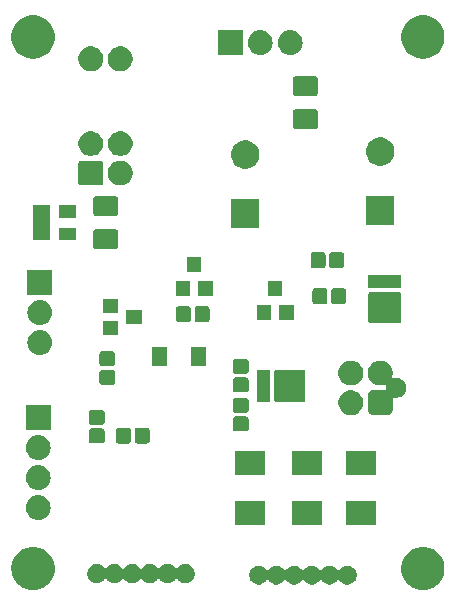
<source format=gbr>
G04 #@! TF.GenerationSoftware,KiCad,Pcbnew,(5.0.2)-1*
G04 #@! TF.CreationDate,2019-06-25T12:01:11-07:00*
G04 #@! TF.ProjectId,powerControl,706f7765-7243-46f6-9e74-726f6c2e6b69,rev?*
G04 #@! TF.SameCoordinates,Original*
G04 #@! TF.FileFunction,Soldermask,Top*
G04 #@! TF.FilePolarity,Negative*
%FSLAX46Y46*%
G04 Gerber Fmt 4.6, Leading zero omitted, Abs format (unit mm)*
G04 Created by KiCad (PCBNEW (5.0.2)-1) date 6/25/2019 12:01:11 PM*
%MOMM*%
%LPD*%
G01*
G04 APERTURE LIST*
%ADD10C,0.100000*%
G04 APERTURE END LIST*
D10*
G36*
X108268327Y-81187521D02*
X108533791Y-81240325D01*
X108866830Y-81378275D01*
X109166557Y-81578546D01*
X109421454Y-81833443D01*
X109621725Y-82133170D01*
X109759675Y-82466209D01*
X109800160Y-82669743D01*
X109830000Y-82819759D01*
X109830000Y-83180241D01*
X109824946Y-83205648D01*
X109759675Y-83533791D01*
X109621725Y-83866830D01*
X109421454Y-84166557D01*
X109166557Y-84421454D01*
X108866830Y-84621725D01*
X108533791Y-84759675D01*
X108268327Y-84812479D01*
X108180241Y-84830000D01*
X107819759Y-84830000D01*
X107731673Y-84812479D01*
X107466209Y-84759675D01*
X107133170Y-84621725D01*
X106833443Y-84421454D01*
X106578546Y-84166557D01*
X106378275Y-83866830D01*
X106240325Y-83533791D01*
X106175054Y-83205648D01*
X106170000Y-83180241D01*
X106170000Y-82819759D01*
X106199840Y-82669743D01*
X106240325Y-82466209D01*
X106378275Y-82133170D01*
X106578546Y-81833443D01*
X106833443Y-81578546D01*
X107133170Y-81378275D01*
X107466209Y-81240325D01*
X107731673Y-81187521D01*
X107819759Y-81170000D01*
X108180241Y-81170000D01*
X108268327Y-81187521D01*
X108268327Y-81187521D01*
G37*
G36*
X75268327Y-81187521D02*
X75533791Y-81240325D01*
X75866830Y-81378275D01*
X76166557Y-81578546D01*
X76421454Y-81833443D01*
X76621725Y-82133170D01*
X76759675Y-82466209D01*
X76800160Y-82669743D01*
X76830000Y-82819759D01*
X76830000Y-83180241D01*
X76824946Y-83205648D01*
X76759675Y-83533791D01*
X76621725Y-83866830D01*
X76421454Y-84166557D01*
X76166557Y-84421454D01*
X75866830Y-84621725D01*
X75533791Y-84759675D01*
X75268327Y-84812479D01*
X75180241Y-84830000D01*
X74819759Y-84830000D01*
X74731673Y-84812479D01*
X74466209Y-84759675D01*
X74133170Y-84621725D01*
X73833443Y-84421454D01*
X73578546Y-84166557D01*
X73378275Y-83866830D01*
X73240325Y-83533791D01*
X73175054Y-83205648D01*
X73170000Y-83180241D01*
X73170000Y-82819759D01*
X73199840Y-82669743D01*
X73240325Y-82466209D01*
X73378275Y-82133170D01*
X73578546Y-81833443D01*
X73833443Y-81578546D01*
X74133170Y-81378275D01*
X74466209Y-81240325D01*
X74731673Y-81187521D01*
X74819759Y-81170000D01*
X75180241Y-81170000D01*
X75268327Y-81187521D01*
X75268327Y-81187521D01*
G37*
G36*
X94333352Y-82796743D02*
X94478941Y-82857048D01*
X94609973Y-82944601D01*
X94721401Y-83056029D01*
X94746067Y-83092944D01*
X94761612Y-83111886D01*
X94780554Y-83127431D01*
X94802165Y-83138982D01*
X94825614Y-83146095D01*
X94850001Y-83148497D01*
X94874387Y-83146095D01*
X94897836Y-83138982D01*
X94919447Y-83127430D01*
X94938389Y-83111885D01*
X94953933Y-83092944D01*
X94978599Y-83056029D01*
X95090027Y-82944601D01*
X95221059Y-82857048D01*
X95366648Y-82796743D01*
X95521205Y-82766000D01*
X95678795Y-82766000D01*
X95833352Y-82796743D01*
X95978941Y-82857048D01*
X96109973Y-82944601D01*
X96221401Y-83056029D01*
X96246067Y-83092944D01*
X96261612Y-83111886D01*
X96280554Y-83127431D01*
X96302165Y-83138982D01*
X96325614Y-83146095D01*
X96350001Y-83148497D01*
X96374387Y-83146095D01*
X96397836Y-83138982D01*
X96419447Y-83127430D01*
X96438389Y-83111885D01*
X96453933Y-83092944D01*
X96478599Y-83056029D01*
X96590027Y-82944601D01*
X96721059Y-82857048D01*
X96866648Y-82796743D01*
X97021205Y-82766000D01*
X97178795Y-82766000D01*
X97333352Y-82796743D01*
X97478941Y-82857048D01*
X97609973Y-82944601D01*
X97721401Y-83056029D01*
X97746067Y-83092944D01*
X97761612Y-83111886D01*
X97780554Y-83127431D01*
X97802165Y-83138982D01*
X97825614Y-83146095D01*
X97850001Y-83148497D01*
X97874387Y-83146095D01*
X97897836Y-83138982D01*
X97919447Y-83127430D01*
X97938389Y-83111885D01*
X97953933Y-83092944D01*
X97978599Y-83056029D01*
X98090027Y-82944601D01*
X98221059Y-82857048D01*
X98366648Y-82796743D01*
X98521205Y-82766000D01*
X98678795Y-82766000D01*
X98833352Y-82796743D01*
X98978941Y-82857048D01*
X99109973Y-82944601D01*
X99221401Y-83056029D01*
X99246067Y-83092944D01*
X99261612Y-83111886D01*
X99280554Y-83127431D01*
X99302165Y-83138982D01*
X99325614Y-83146095D01*
X99350001Y-83148497D01*
X99374387Y-83146095D01*
X99397836Y-83138982D01*
X99419447Y-83127430D01*
X99438389Y-83111885D01*
X99453933Y-83092944D01*
X99478599Y-83056029D01*
X99590027Y-82944601D01*
X99721059Y-82857048D01*
X99866648Y-82796743D01*
X100021205Y-82766000D01*
X100178795Y-82766000D01*
X100333352Y-82796743D01*
X100478941Y-82857048D01*
X100609973Y-82944601D01*
X100721401Y-83056029D01*
X100746067Y-83092944D01*
X100761612Y-83111886D01*
X100780554Y-83127431D01*
X100802165Y-83138982D01*
X100825614Y-83146095D01*
X100850001Y-83148497D01*
X100874387Y-83146095D01*
X100897836Y-83138982D01*
X100919447Y-83127430D01*
X100938389Y-83111885D01*
X100953933Y-83092944D01*
X100978599Y-83056029D01*
X101090027Y-82944601D01*
X101221059Y-82857048D01*
X101366648Y-82796743D01*
X101521205Y-82766000D01*
X101678795Y-82766000D01*
X101833352Y-82796743D01*
X101978941Y-82857048D01*
X102109973Y-82944601D01*
X102221399Y-83056027D01*
X102308952Y-83187059D01*
X102369257Y-83332648D01*
X102400000Y-83487205D01*
X102400000Y-83644795D01*
X102369257Y-83799352D01*
X102308952Y-83944941D01*
X102221399Y-84075973D01*
X102109973Y-84187399D01*
X101978941Y-84274952D01*
X101833352Y-84335257D01*
X101678795Y-84366000D01*
X101521205Y-84366000D01*
X101366648Y-84335257D01*
X101221059Y-84274952D01*
X101090027Y-84187399D01*
X100978599Y-84075971D01*
X100953933Y-84039056D01*
X100938388Y-84020114D01*
X100919446Y-84004569D01*
X100897835Y-83993018D01*
X100874386Y-83985905D01*
X100849999Y-83983503D01*
X100825613Y-83985905D01*
X100802164Y-83993018D01*
X100780553Y-84004570D01*
X100761611Y-84020115D01*
X100746067Y-84039056D01*
X100721401Y-84075971D01*
X100609973Y-84187399D01*
X100478941Y-84274952D01*
X100333352Y-84335257D01*
X100178795Y-84366000D01*
X100021205Y-84366000D01*
X99866648Y-84335257D01*
X99721059Y-84274952D01*
X99590027Y-84187399D01*
X99478599Y-84075971D01*
X99453933Y-84039056D01*
X99438388Y-84020114D01*
X99419446Y-84004569D01*
X99397835Y-83993018D01*
X99374386Y-83985905D01*
X99349999Y-83983503D01*
X99325613Y-83985905D01*
X99302164Y-83993018D01*
X99280553Y-84004570D01*
X99261611Y-84020115D01*
X99246067Y-84039056D01*
X99221401Y-84075971D01*
X99109973Y-84187399D01*
X98978941Y-84274952D01*
X98833352Y-84335257D01*
X98678795Y-84366000D01*
X98521205Y-84366000D01*
X98366648Y-84335257D01*
X98221059Y-84274952D01*
X98090027Y-84187399D01*
X97978599Y-84075971D01*
X97953933Y-84039056D01*
X97938388Y-84020114D01*
X97919446Y-84004569D01*
X97897835Y-83993018D01*
X97874386Y-83985905D01*
X97849999Y-83983503D01*
X97825613Y-83985905D01*
X97802164Y-83993018D01*
X97780553Y-84004570D01*
X97761611Y-84020115D01*
X97746067Y-84039056D01*
X97721401Y-84075971D01*
X97609973Y-84187399D01*
X97478941Y-84274952D01*
X97333352Y-84335257D01*
X97178795Y-84366000D01*
X97021205Y-84366000D01*
X96866648Y-84335257D01*
X96721059Y-84274952D01*
X96590027Y-84187399D01*
X96478599Y-84075971D01*
X96453933Y-84039056D01*
X96438388Y-84020114D01*
X96419446Y-84004569D01*
X96397835Y-83993018D01*
X96374386Y-83985905D01*
X96349999Y-83983503D01*
X96325613Y-83985905D01*
X96302164Y-83993018D01*
X96280553Y-84004570D01*
X96261611Y-84020115D01*
X96246067Y-84039056D01*
X96221401Y-84075971D01*
X96109973Y-84187399D01*
X95978941Y-84274952D01*
X95833352Y-84335257D01*
X95678795Y-84366000D01*
X95521205Y-84366000D01*
X95366648Y-84335257D01*
X95221059Y-84274952D01*
X95090027Y-84187399D01*
X94978599Y-84075971D01*
X94953933Y-84039056D01*
X94938388Y-84020114D01*
X94919446Y-84004569D01*
X94897835Y-83993018D01*
X94874386Y-83985905D01*
X94849999Y-83983503D01*
X94825613Y-83985905D01*
X94802164Y-83993018D01*
X94780553Y-84004570D01*
X94761611Y-84020115D01*
X94746067Y-84039056D01*
X94721401Y-84075971D01*
X94609973Y-84187399D01*
X94478941Y-84274952D01*
X94333352Y-84335257D01*
X94178795Y-84366000D01*
X94021205Y-84366000D01*
X93866648Y-84335257D01*
X93721059Y-84274952D01*
X93590027Y-84187399D01*
X93478601Y-84075973D01*
X93391048Y-83944941D01*
X93330743Y-83799352D01*
X93300000Y-83644795D01*
X93300000Y-83487205D01*
X93330743Y-83332648D01*
X93391048Y-83187059D01*
X93478601Y-83056027D01*
X93590027Y-82944601D01*
X93721059Y-82857048D01*
X93866648Y-82796743D01*
X94021205Y-82766000D01*
X94178795Y-82766000D01*
X94333352Y-82796743D01*
X94333352Y-82796743D01*
G37*
G36*
X80617352Y-82669743D02*
X80762941Y-82730048D01*
X80893973Y-82817601D01*
X81005401Y-82929029D01*
X81030067Y-82965944D01*
X81045612Y-82984886D01*
X81064554Y-83000431D01*
X81086165Y-83011982D01*
X81109614Y-83019095D01*
X81134001Y-83021497D01*
X81158387Y-83019095D01*
X81181836Y-83011982D01*
X81203447Y-83000430D01*
X81222389Y-82984885D01*
X81237933Y-82965944D01*
X81262599Y-82929029D01*
X81374027Y-82817601D01*
X81505059Y-82730048D01*
X81650648Y-82669743D01*
X81805205Y-82639000D01*
X81962795Y-82639000D01*
X82117352Y-82669743D01*
X82262941Y-82730048D01*
X82393973Y-82817601D01*
X82505401Y-82929029D01*
X82530067Y-82965944D01*
X82545612Y-82984886D01*
X82564554Y-83000431D01*
X82586165Y-83011982D01*
X82609614Y-83019095D01*
X82634001Y-83021497D01*
X82658387Y-83019095D01*
X82681836Y-83011982D01*
X82703447Y-83000430D01*
X82722389Y-82984885D01*
X82737933Y-82965944D01*
X82762599Y-82929029D01*
X82874027Y-82817601D01*
X83005059Y-82730048D01*
X83150648Y-82669743D01*
X83305205Y-82639000D01*
X83462795Y-82639000D01*
X83617352Y-82669743D01*
X83762941Y-82730048D01*
X83893973Y-82817601D01*
X84005401Y-82929029D01*
X84030067Y-82965944D01*
X84045612Y-82984886D01*
X84064554Y-83000431D01*
X84086165Y-83011982D01*
X84109614Y-83019095D01*
X84134001Y-83021497D01*
X84158387Y-83019095D01*
X84181836Y-83011982D01*
X84203447Y-83000430D01*
X84222389Y-82984885D01*
X84237933Y-82965944D01*
X84262599Y-82929029D01*
X84374027Y-82817601D01*
X84505059Y-82730048D01*
X84650648Y-82669743D01*
X84805205Y-82639000D01*
X84962795Y-82639000D01*
X85117352Y-82669743D01*
X85262941Y-82730048D01*
X85393973Y-82817601D01*
X85505401Y-82929029D01*
X85530067Y-82965944D01*
X85545612Y-82984886D01*
X85564554Y-83000431D01*
X85586165Y-83011982D01*
X85609614Y-83019095D01*
X85634001Y-83021497D01*
X85658387Y-83019095D01*
X85681836Y-83011982D01*
X85703447Y-83000430D01*
X85722389Y-82984885D01*
X85737933Y-82965944D01*
X85762599Y-82929029D01*
X85874027Y-82817601D01*
X86005059Y-82730048D01*
X86150648Y-82669743D01*
X86305205Y-82639000D01*
X86462795Y-82639000D01*
X86617352Y-82669743D01*
X86762941Y-82730048D01*
X86893973Y-82817601D01*
X87005401Y-82929029D01*
X87030067Y-82965944D01*
X87045612Y-82984886D01*
X87064554Y-83000431D01*
X87086165Y-83011982D01*
X87109614Y-83019095D01*
X87134001Y-83021497D01*
X87158387Y-83019095D01*
X87181836Y-83011982D01*
X87203447Y-83000430D01*
X87222389Y-82984885D01*
X87237933Y-82965944D01*
X87262599Y-82929029D01*
X87374027Y-82817601D01*
X87505059Y-82730048D01*
X87650648Y-82669743D01*
X87805205Y-82639000D01*
X87962795Y-82639000D01*
X88117352Y-82669743D01*
X88262941Y-82730048D01*
X88393973Y-82817601D01*
X88505399Y-82929027D01*
X88592952Y-83060059D01*
X88653257Y-83205648D01*
X88684000Y-83360205D01*
X88684000Y-83517795D01*
X88653257Y-83672352D01*
X88592952Y-83817941D01*
X88505399Y-83948973D01*
X88393973Y-84060399D01*
X88262941Y-84147952D01*
X88117352Y-84208257D01*
X87962795Y-84239000D01*
X87805205Y-84239000D01*
X87650648Y-84208257D01*
X87505059Y-84147952D01*
X87374027Y-84060399D01*
X87262599Y-83948971D01*
X87237933Y-83912056D01*
X87222388Y-83893114D01*
X87203446Y-83877569D01*
X87181835Y-83866018D01*
X87158386Y-83858905D01*
X87133999Y-83856503D01*
X87109613Y-83858905D01*
X87086164Y-83866018D01*
X87064553Y-83877570D01*
X87045611Y-83893115D01*
X87030067Y-83912056D01*
X87005401Y-83948971D01*
X86893973Y-84060399D01*
X86762941Y-84147952D01*
X86617352Y-84208257D01*
X86462795Y-84239000D01*
X86305205Y-84239000D01*
X86150648Y-84208257D01*
X86005059Y-84147952D01*
X85874027Y-84060399D01*
X85762599Y-83948971D01*
X85737933Y-83912056D01*
X85722388Y-83893114D01*
X85703446Y-83877569D01*
X85681835Y-83866018D01*
X85658386Y-83858905D01*
X85633999Y-83856503D01*
X85609613Y-83858905D01*
X85586164Y-83866018D01*
X85564553Y-83877570D01*
X85545611Y-83893115D01*
X85530067Y-83912056D01*
X85505401Y-83948971D01*
X85393973Y-84060399D01*
X85262941Y-84147952D01*
X85117352Y-84208257D01*
X84962795Y-84239000D01*
X84805205Y-84239000D01*
X84650648Y-84208257D01*
X84505059Y-84147952D01*
X84374027Y-84060399D01*
X84262599Y-83948971D01*
X84237933Y-83912056D01*
X84222388Y-83893114D01*
X84203446Y-83877569D01*
X84181835Y-83866018D01*
X84158386Y-83858905D01*
X84133999Y-83856503D01*
X84109613Y-83858905D01*
X84086164Y-83866018D01*
X84064553Y-83877570D01*
X84045611Y-83893115D01*
X84030067Y-83912056D01*
X84005401Y-83948971D01*
X83893973Y-84060399D01*
X83762941Y-84147952D01*
X83617352Y-84208257D01*
X83462795Y-84239000D01*
X83305205Y-84239000D01*
X83150648Y-84208257D01*
X83005059Y-84147952D01*
X82874027Y-84060399D01*
X82762599Y-83948971D01*
X82737933Y-83912056D01*
X82722388Y-83893114D01*
X82703446Y-83877569D01*
X82681835Y-83866018D01*
X82658386Y-83858905D01*
X82633999Y-83856503D01*
X82609613Y-83858905D01*
X82586164Y-83866018D01*
X82564553Y-83877570D01*
X82545611Y-83893115D01*
X82530067Y-83912056D01*
X82505401Y-83948971D01*
X82393973Y-84060399D01*
X82262941Y-84147952D01*
X82117352Y-84208257D01*
X81962795Y-84239000D01*
X81805205Y-84239000D01*
X81650648Y-84208257D01*
X81505059Y-84147952D01*
X81374027Y-84060399D01*
X81262599Y-83948971D01*
X81237933Y-83912056D01*
X81222388Y-83893114D01*
X81203446Y-83877569D01*
X81181835Y-83866018D01*
X81158386Y-83858905D01*
X81133999Y-83856503D01*
X81109613Y-83858905D01*
X81086164Y-83866018D01*
X81064553Y-83877570D01*
X81045611Y-83893115D01*
X81030067Y-83912056D01*
X81005401Y-83948971D01*
X80893973Y-84060399D01*
X80762941Y-84147952D01*
X80617352Y-84208257D01*
X80462795Y-84239000D01*
X80305205Y-84239000D01*
X80150648Y-84208257D01*
X80005059Y-84147952D01*
X79874027Y-84060399D01*
X79762601Y-83948973D01*
X79675048Y-83817941D01*
X79614743Y-83672352D01*
X79584000Y-83517795D01*
X79584000Y-83360205D01*
X79614743Y-83205648D01*
X79675048Y-83060059D01*
X79762601Y-82929027D01*
X79874027Y-82817601D01*
X80005059Y-82730048D01*
X80150648Y-82669743D01*
X80305205Y-82639000D01*
X80462795Y-82639000D01*
X80617352Y-82669743D01*
X80617352Y-82669743D01*
G37*
G36*
X99460660Y-79321000D02*
X96881340Y-79321000D01*
X96881340Y-77300480D01*
X99460660Y-77300480D01*
X99460660Y-79321000D01*
X99460660Y-79321000D01*
G37*
G36*
X94634660Y-79321000D02*
X92055340Y-79321000D01*
X92055340Y-77300480D01*
X94634660Y-77300480D01*
X94634660Y-79321000D01*
X94634660Y-79321000D01*
G37*
G36*
X104032660Y-79321000D02*
X101453340Y-79321000D01*
X101453340Y-77300480D01*
X104032660Y-77300480D01*
X104032660Y-79321000D01*
X104032660Y-79321000D01*
G37*
G36*
X75566707Y-76808597D02*
X75643836Y-76816193D01*
X75775787Y-76856220D01*
X75841763Y-76876233D01*
X76024172Y-76973733D01*
X76184054Y-77104946D01*
X76315267Y-77264828D01*
X76412767Y-77447237D01*
X76412767Y-77447238D01*
X76472807Y-77645164D01*
X76493080Y-77851000D01*
X76472807Y-78056836D01*
X76432780Y-78188787D01*
X76412767Y-78254763D01*
X76315267Y-78437172D01*
X76184054Y-78597054D01*
X76024172Y-78728267D01*
X75841763Y-78825767D01*
X75775787Y-78845780D01*
X75643836Y-78885807D01*
X75566707Y-78893404D01*
X75489580Y-78901000D01*
X75386420Y-78901000D01*
X75309293Y-78893404D01*
X75232164Y-78885807D01*
X75100213Y-78845780D01*
X75034237Y-78825767D01*
X74851828Y-78728267D01*
X74691946Y-78597054D01*
X74560733Y-78437172D01*
X74463233Y-78254763D01*
X74443220Y-78188787D01*
X74403193Y-78056836D01*
X74382920Y-77851000D01*
X74403193Y-77645164D01*
X74463233Y-77447238D01*
X74463233Y-77447237D01*
X74560733Y-77264828D01*
X74691946Y-77104946D01*
X74851828Y-76973733D01*
X75034237Y-76876233D01*
X75100213Y-76856220D01*
X75232164Y-76816193D01*
X75309293Y-76808597D01*
X75386420Y-76801000D01*
X75489580Y-76801000D01*
X75566707Y-76808597D01*
X75566707Y-76808597D01*
G37*
G36*
X75566707Y-74268597D02*
X75643836Y-74276193D01*
X75775787Y-74316220D01*
X75841763Y-74336233D01*
X76024172Y-74433733D01*
X76184054Y-74564946D01*
X76315267Y-74724828D01*
X76412767Y-74907237D01*
X76412767Y-74907238D01*
X76472807Y-75105164D01*
X76493080Y-75311000D01*
X76472807Y-75516836D01*
X76432780Y-75648787D01*
X76412767Y-75714763D01*
X76315267Y-75897172D01*
X76184054Y-76057054D01*
X76024172Y-76188267D01*
X75841763Y-76285767D01*
X75775787Y-76305780D01*
X75643836Y-76345807D01*
X75566707Y-76353404D01*
X75489580Y-76361000D01*
X75386420Y-76361000D01*
X75309293Y-76353404D01*
X75232164Y-76345807D01*
X75100213Y-76305780D01*
X75034237Y-76285767D01*
X74851828Y-76188267D01*
X74691946Y-76057054D01*
X74560733Y-75897172D01*
X74463233Y-75714763D01*
X74443220Y-75648787D01*
X74403193Y-75516836D01*
X74382920Y-75311000D01*
X74403193Y-75105164D01*
X74463233Y-74907238D01*
X74463233Y-74907237D01*
X74560733Y-74724828D01*
X74691946Y-74564946D01*
X74851828Y-74433733D01*
X75034237Y-74336233D01*
X75100213Y-74316220D01*
X75232164Y-74276193D01*
X75309293Y-74268597D01*
X75386420Y-74261000D01*
X75489580Y-74261000D01*
X75566707Y-74268597D01*
X75566707Y-74268597D01*
G37*
G36*
X94634660Y-75099520D02*
X92055340Y-75099520D01*
X92055340Y-73079000D01*
X94634660Y-73079000D01*
X94634660Y-75099520D01*
X94634660Y-75099520D01*
G37*
G36*
X104032660Y-75099520D02*
X101453340Y-75099520D01*
X101453340Y-73079000D01*
X104032660Y-73079000D01*
X104032660Y-75099520D01*
X104032660Y-75099520D01*
G37*
G36*
X99460660Y-75099520D02*
X96881340Y-75099520D01*
X96881340Y-73079000D01*
X99460660Y-73079000D01*
X99460660Y-75099520D01*
X99460660Y-75099520D01*
G37*
G36*
X75566707Y-71728596D02*
X75643836Y-71736193D01*
X75775787Y-71776220D01*
X75841763Y-71796233D01*
X76024172Y-71893733D01*
X76184054Y-72024946D01*
X76315267Y-72184828D01*
X76412767Y-72367237D01*
X76429948Y-72423875D01*
X76472807Y-72565164D01*
X76493080Y-72771000D01*
X76472807Y-72976836D01*
X76441816Y-73079000D01*
X76412767Y-73174763D01*
X76315267Y-73357172D01*
X76184054Y-73517054D01*
X76024172Y-73648267D01*
X75841763Y-73745767D01*
X75775787Y-73765780D01*
X75643836Y-73805807D01*
X75566707Y-73813404D01*
X75489580Y-73821000D01*
X75386420Y-73821000D01*
X75309293Y-73813404D01*
X75232164Y-73805807D01*
X75100213Y-73765780D01*
X75034237Y-73745767D01*
X74851828Y-73648267D01*
X74691946Y-73517054D01*
X74560733Y-73357172D01*
X74463233Y-73174763D01*
X74434184Y-73079000D01*
X74403193Y-72976836D01*
X74382920Y-72771000D01*
X74403193Y-72565164D01*
X74446052Y-72423875D01*
X74463233Y-72367237D01*
X74560733Y-72184828D01*
X74691946Y-72024946D01*
X74851828Y-71893733D01*
X75034237Y-71796233D01*
X75100213Y-71776220D01*
X75232164Y-71736193D01*
X75309293Y-71728596D01*
X75386420Y-71721000D01*
X75489580Y-71721000D01*
X75566707Y-71728596D01*
X75566707Y-71728596D01*
G37*
G36*
X84657622Y-71085517D02*
X84705585Y-71100066D01*
X84749775Y-71123686D01*
X84788518Y-71155482D01*
X84820314Y-71194225D01*
X84843934Y-71238415D01*
X84858483Y-71286378D01*
X84864000Y-71342391D01*
X84864000Y-72167609D01*
X84858483Y-72223622D01*
X84843934Y-72271585D01*
X84820314Y-72315775D01*
X84788518Y-72354518D01*
X84749775Y-72386314D01*
X84705585Y-72409934D01*
X84657622Y-72424483D01*
X84601609Y-72430000D01*
X83851391Y-72430000D01*
X83795378Y-72424483D01*
X83747415Y-72409934D01*
X83703225Y-72386314D01*
X83664482Y-72354518D01*
X83632686Y-72315775D01*
X83609066Y-72271585D01*
X83594517Y-72223622D01*
X83589000Y-72167609D01*
X83589000Y-71342391D01*
X83594517Y-71286378D01*
X83609066Y-71238415D01*
X83632686Y-71194225D01*
X83664482Y-71155482D01*
X83703225Y-71123686D01*
X83747415Y-71100066D01*
X83795378Y-71085517D01*
X83851391Y-71080000D01*
X84601609Y-71080000D01*
X84657622Y-71085517D01*
X84657622Y-71085517D01*
G37*
G36*
X83082622Y-71085517D02*
X83130585Y-71100066D01*
X83174775Y-71123686D01*
X83213518Y-71155482D01*
X83245314Y-71194225D01*
X83268934Y-71238415D01*
X83283483Y-71286378D01*
X83289000Y-71342391D01*
X83289000Y-72167609D01*
X83283483Y-72223622D01*
X83268934Y-72271585D01*
X83245314Y-72315775D01*
X83213518Y-72354518D01*
X83174775Y-72386314D01*
X83130585Y-72409934D01*
X83082622Y-72424483D01*
X83026609Y-72430000D01*
X82276391Y-72430000D01*
X82220378Y-72424483D01*
X82172415Y-72409934D01*
X82128225Y-72386314D01*
X82089482Y-72354518D01*
X82057686Y-72315775D01*
X82034066Y-72271585D01*
X82019517Y-72223622D01*
X82014000Y-72167609D01*
X82014000Y-71342391D01*
X82019517Y-71286378D01*
X82034066Y-71238415D01*
X82057686Y-71194225D01*
X82089482Y-71155482D01*
X82128225Y-71123686D01*
X82172415Y-71100066D01*
X82220378Y-71085517D01*
X82276391Y-71080000D01*
X83026609Y-71080000D01*
X83082622Y-71085517D01*
X83082622Y-71085517D01*
G37*
G36*
X80859622Y-71148517D02*
X80907585Y-71163066D01*
X80951775Y-71186686D01*
X80990518Y-71218482D01*
X81022314Y-71257225D01*
X81045934Y-71301415D01*
X81060483Y-71349378D01*
X81066000Y-71405391D01*
X81066000Y-72155609D01*
X81060483Y-72211622D01*
X81045934Y-72259585D01*
X81022314Y-72303775D01*
X80990518Y-72342518D01*
X80951775Y-72374314D01*
X80907585Y-72397934D01*
X80859622Y-72412483D01*
X80803609Y-72418000D01*
X79978391Y-72418000D01*
X79922378Y-72412483D01*
X79874415Y-72397934D01*
X79830225Y-72374314D01*
X79791482Y-72342518D01*
X79759686Y-72303775D01*
X79736066Y-72259585D01*
X79721517Y-72211622D01*
X79716000Y-72155609D01*
X79716000Y-71405391D01*
X79721517Y-71349378D01*
X79736066Y-71301415D01*
X79759686Y-71257225D01*
X79791482Y-71218482D01*
X79830225Y-71186686D01*
X79874415Y-71163066D01*
X79922378Y-71148517D01*
X79978391Y-71143000D01*
X80803609Y-71143000D01*
X80859622Y-71148517D01*
X80859622Y-71148517D01*
G37*
G36*
X93051622Y-70132517D02*
X93099585Y-70147066D01*
X93143775Y-70170686D01*
X93182518Y-70202482D01*
X93214314Y-70241225D01*
X93237934Y-70285415D01*
X93252483Y-70333378D01*
X93258000Y-70389391D01*
X93258000Y-71139609D01*
X93252483Y-71195622D01*
X93237934Y-71243585D01*
X93214314Y-71287775D01*
X93182518Y-71326518D01*
X93143775Y-71358314D01*
X93099585Y-71381934D01*
X93051622Y-71396483D01*
X92995609Y-71402000D01*
X92170391Y-71402000D01*
X92114378Y-71396483D01*
X92066415Y-71381934D01*
X92022225Y-71358314D01*
X91983482Y-71326518D01*
X91951686Y-71287775D01*
X91928066Y-71243585D01*
X91913517Y-71195622D01*
X91908000Y-71139609D01*
X91908000Y-70389391D01*
X91913517Y-70333378D01*
X91928066Y-70285415D01*
X91951686Y-70241225D01*
X91983482Y-70202482D01*
X92022225Y-70170686D01*
X92066415Y-70147066D01*
X92114378Y-70132517D01*
X92170391Y-70127000D01*
X92995609Y-70127000D01*
X93051622Y-70132517D01*
X93051622Y-70132517D01*
G37*
G36*
X76488000Y-71281000D02*
X74388000Y-71281000D01*
X74388000Y-69181000D01*
X76488000Y-69181000D01*
X76488000Y-71281000D01*
X76488000Y-71281000D01*
G37*
G36*
X80859622Y-69573517D02*
X80907585Y-69588066D01*
X80951775Y-69611686D01*
X80990518Y-69643482D01*
X81022314Y-69682225D01*
X81045934Y-69726415D01*
X81060483Y-69774378D01*
X81066000Y-69830391D01*
X81066000Y-70580609D01*
X81060483Y-70636622D01*
X81045934Y-70684585D01*
X81022314Y-70728775D01*
X80990518Y-70767518D01*
X80951775Y-70799314D01*
X80907585Y-70822934D01*
X80859622Y-70837483D01*
X80803609Y-70843000D01*
X79978391Y-70843000D01*
X79922378Y-70837483D01*
X79874415Y-70822934D01*
X79830225Y-70799314D01*
X79791482Y-70767518D01*
X79759686Y-70728775D01*
X79736066Y-70684585D01*
X79721517Y-70636622D01*
X79716000Y-70580609D01*
X79716000Y-69830391D01*
X79721517Y-69774378D01*
X79736066Y-69726415D01*
X79759686Y-69682225D01*
X79791482Y-69643482D01*
X79830225Y-69611686D01*
X79874415Y-69588066D01*
X79922378Y-69573517D01*
X79978391Y-69568000D01*
X80803609Y-69568000D01*
X80859622Y-69573517D01*
X80859622Y-69573517D01*
G37*
G36*
X104519888Y-65415470D02*
X104700274Y-65451350D01*
X104891362Y-65530502D01*
X105063336Y-65645411D01*
X105209589Y-65791664D01*
X105324498Y-65963638D01*
X105403650Y-66154726D01*
X105444000Y-66357584D01*
X105444000Y-66564416D01*
X105410573Y-66732469D01*
X105408172Y-66756845D01*
X105410574Y-66781231D01*
X105417687Y-66804680D01*
X105429238Y-66826291D01*
X105444784Y-66845233D01*
X105463726Y-66860779D01*
X105485336Y-66872330D01*
X105508786Y-66879443D01*
X105533172Y-66881845D01*
X105557557Y-66879443D01*
X105650280Y-66861000D01*
X105817719Y-66861000D01*
X105981934Y-66893664D01*
X106136627Y-66957740D01*
X106275847Y-67050764D01*
X106394236Y-67169153D01*
X106487260Y-67308373D01*
X106551336Y-67463066D01*
X106584000Y-67627281D01*
X106584000Y-67794719D01*
X106551336Y-67958934D01*
X106487260Y-68113627D01*
X106394236Y-68252847D01*
X106275847Y-68371236D01*
X106136627Y-68464260D01*
X105981934Y-68528336D01*
X105817719Y-68561000D01*
X105650281Y-68561000D01*
X105586741Y-68548361D01*
X105562355Y-68545959D01*
X105537969Y-68548361D01*
X105514520Y-68555474D01*
X105492909Y-68567025D01*
X105473967Y-68582571D01*
X105458421Y-68601513D01*
X105446870Y-68623124D01*
X105439757Y-68646573D01*
X105437355Y-68670959D01*
X105439757Y-68695344D01*
X105440399Y-68698574D01*
X105444302Y-68738194D01*
X105445573Y-68764062D01*
X105445573Y-69557938D01*
X105444302Y-69583806D01*
X105440399Y-69623426D01*
X105430309Y-69674155D01*
X105419647Y-69709306D01*
X105399845Y-69757111D01*
X105382532Y-69789501D01*
X105370883Y-69806934D01*
X105357476Y-69827000D01*
X105353791Y-69832514D01*
X105330490Y-69860907D01*
X105293907Y-69897490D01*
X105265514Y-69920791D01*
X105222501Y-69949532D01*
X105190111Y-69966845D01*
X105142306Y-69986647D01*
X105107155Y-69997309D01*
X105056426Y-70007399D01*
X105016806Y-70011302D01*
X104990938Y-70012573D01*
X103797062Y-70012573D01*
X103771194Y-70011302D01*
X103731574Y-70007399D01*
X103680845Y-69997309D01*
X103645694Y-69986647D01*
X103597889Y-69966845D01*
X103565499Y-69949532D01*
X103522486Y-69920791D01*
X103494093Y-69897490D01*
X103457510Y-69860907D01*
X103434209Y-69832514D01*
X103430525Y-69827000D01*
X103417117Y-69806934D01*
X103405468Y-69789501D01*
X103388155Y-69757111D01*
X103368353Y-69709306D01*
X103357691Y-69674155D01*
X103347601Y-69623426D01*
X103343698Y-69583806D01*
X103342427Y-69557938D01*
X103342427Y-68364062D01*
X103343698Y-68338194D01*
X103347601Y-68298574D01*
X103357691Y-68247845D01*
X103368353Y-68212694D01*
X103388155Y-68164889D01*
X103405468Y-68132499D01*
X103434209Y-68089486D01*
X103457510Y-68061093D01*
X103494093Y-68024510D01*
X103522486Y-68001209D01*
X103565499Y-67972468D01*
X103597889Y-67955155D01*
X103645694Y-67935353D01*
X103680845Y-67924691D01*
X103731574Y-67914601D01*
X103771194Y-67910698D01*
X103797062Y-67909427D01*
X104590938Y-67909427D01*
X104616806Y-67910698D01*
X104656426Y-67914601D01*
X104707155Y-67924691D01*
X104723300Y-67929588D01*
X104747334Y-67934368D01*
X104771838Y-67934368D01*
X104795871Y-67929587D01*
X104818510Y-67920210D01*
X104838885Y-67906596D01*
X104856212Y-67889268D01*
X104869826Y-67868894D01*
X104879203Y-67846255D01*
X104883983Y-67822221D01*
X104883237Y-67807029D01*
X104884000Y-67807029D01*
X104884000Y-67627281D01*
X104888827Y-67603014D01*
X104891229Y-67578628D01*
X104888827Y-67554241D01*
X104881714Y-67530792D01*
X104870163Y-67509182D01*
X104854617Y-67490239D01*
X104835675Y-67474694D01*
X104814064Y-67463143D01*
X104790615Y-67456030D01*
X104766229Y-67453628D01*
X104741842Y-67456030D01*
X104718409Y-67463138D01*
X104700274Y-67470650D01*
X104519888Y-67506530D01*
X104497417Y-67511000D01*
X104290583Y-67511000D01*
X104268112Y-67506530D01*
X104087726Y-67470650D01*
X103896638Y-67391498D01*
X103724664Y-67276589D01*
X103578411Y-67130336D01*
X103463502Y-66958362D01*
X103384350Y-66767274D01*
X103344000Y-66564416D01*
X103344000Y-66357584D01*
X103384350Y-66154726D01*
X103463502Y-65963638D01*
X103578411Y-65791664D01*
X103724664Y-65645411D01*
X103896638Y-65530502D01*
X104087726Y-65451350D01*
X104268112Y-65415470D01*
X104290583Y-65411000D01*
X104497417Y-65411000D01*
X104519888Y-65415470D01*
X104519888Y-65415470D01*
G37*
G36*
X102015520Y-67914601D02*
X102200274Y-67951350D01*
X102391362Y-68030502D01*
X102563336Y-68145411D01*
X102709589Y-68291664D01*
X102824498Y-68463638D01*
X102903650Y-68654726D01*
X102944000Y-68857584D01*
X102944000Y-69064416D01*
X102903650Y-69267274D01*
X102824498Y-69458362D01*
X102709589Y-69630336D01*
X102563336Y-69776589D01*
X102391362Y-69891498D01*
X102200274Y-69970650D01*
X102021568Y-70006196D01*
X101997417Y-70011000D01*
X101790583Y-70011000D01*
X101766432Y-70006196D01*
X101587726Y-69970650D01*
X101396638Y-69891498D01*
X101224664Y-69776589D01*
X101078411Y-69630336D01*
X100963502Y-69458362D01*
X100884350Y-69267274D01*
X100844000Y-69064416D01*
X100844000Y-68857584D01*
X100884350Y-68654726D01*
X100963502Y-68463638D01*
X101078411Y-68291664D01*
X101224664Y-68145411D01*
X101396638Y-68030502D01*
X101587726Y-67951350D01*
X101772480Y-67914601D01*
X101790583Y-67911000D01*
X101997417Y-67911000D01*
X102015520Y-67914601D01*
X102015520Y-67914601D01*
G37*
G36*
X93051622Y-68557517D02*
X93099585Y-68572066D01*
X93143775Y-68595686D01*
X93182518Y-68627482D01*
X93214314Y-68666225D01*
X93237934Y-68710415D01*
X93252483Y-68758378D01*
X93258000Y-68814391D01*
X93258000Y-69564609D01*
X93252483Y-69620622D01*
X93237934Y-69668585D01*
X93214314Y-69712775D01*
X93182518Y-69751518D01*
X93143775Y-69783314D01*
X93099585Y-69806934D01*
X93051622Y-69821483D01*
X92995609Y-69827000D01*
X92170391Y-69827000D01*
X92114378Y-69821483D01*
X92066415Y-69806934D01*
X92022225Y-69783314D01*
X91983482Y-69751518D01*
X91951686Y-69712775D01*
X91928066Y-69668585D01*
X91913517Y-69620622D01*
X91908000Y-69564609D01*
X91908000Y-68814391D01*
X91913517Y-68758378D01*
X91928066Y-68710415D01*
X91951686Y-68666225D01*
X91983482Y-68627482D01*
X92022225Y-68595686D01*
X92066415Y-68572066D01*
X92114378Y-68557517D01*
X92170391Y-68552000D01*
X92995609Y-68552000D01*
X93051622Y-68557517D01*
X93051622Y-68557517D01*
G37*
G36*
X97901203Y-66181893D02*
X97901206Y-66181894D01*
X97901207Y-66181894D01*
X97916773Y-66186616D01*
X97938908Y-66193330D01*
X97958856Y-66203993D01*
X97973652Y-66211901D01*
X97973653Y-66211902D01*
X97973655Y-66211903D01*
X98004106Y-66236894D01*
X98029097Y-66267345D01*
X98047670Y-66302092D01*
X98047670Y-66302093D01*
X98056640Y-66331662D01*
X98059107Y-66339797D01*
X98063573Y-66385140D01*
X98063573Y-66792860D01*
X98059107Y-66838205D01*
X98047122Y-66877715D01*
X98042342Y-66901749D01*
X98042342Y-66926253D01*
X98047122Y-66950285D01*
X98059107Y-66989795D01*
X98063573Y-67035140D01*
X98063573Y-67442860D01*
X98059107Y-67488205D01*
X98047122Y-67527715D01*
X98042342Y-67551749D01*
X98042342Y-67576253D01*
X98047122Y-67600285D01*
X98059107Y-67639795D01*
X98063573Y-67685140D01*
X98063573Y-68092860D01*
X98059107Y-68138205D01*
X98047122Y-68177715D01*
X98042342Y-68201749D01*
X98042342Y-68226253D01*
X98047122Y-68250285D01*
X98059107Y-68289795D01*
X98063573Y-68335140D01*
X98063573Y-68742860D01*
X98059107Y-68788203D01*
X98047670Y-68825908D01*
X98029097Y-68860655D01*
X98004106Y-68891106D01*
X97973655Y-68916097D01*
X97973653Y-68916098D01*
X97973652Y-68916099D01*
X97958856Y-68924007D01*
X97938908Y-68934670D01*
X97916773Y-68941384D01*
X97901207Y-68946106D01*
X97901206Y-68946106D01*
X97901203Y-68946107D01*
X97855860Y-68950573D01*
X95618140Y-68950573D01*
X95572797Y-68946107D01*
X95572794Y-68946106D01*
X95572793Y-68946106D01*
X95557227Y-68941384D01*
X95535092Y-68934670D01*
X95515144Y-68924007D01*
X95500348Y-68916099D01*
X95500347Y-68916098D01*
X95500345Y-68916097D01*
X95469894Y-68891106D01*
X95444903Y-68860655D01*
X95426330Y-68825908D01*
X95414893Y-68788203D01*
X95410427Y-68742860D01*
X95410427Y-66385140D01*
X95414893Y-66339797D01*
X95417361Y-66331662D01*
X95426330Y-66302093D01*
X95426330Y-66302092D01*
X95444903Y-66267345D01*
X95469894Y-66236894D01*
X95500345Y-66211903D01*
X95500347Y-66211902D01*
X95500348Y-66211901D01*
X95515144Y-66203993D01*
X95535092Y-66193330D01*
X95557227Y-66186616D01*
X95572793Y-66181894D01*
X95572794Y-66181894D01*
X95572797Y-66181893D01*
X95618140Y-66177427D01*
X97855860Y-66177427D01*
X97901203Y-66181893D01*
X97901203Y-66181893D01*
G37*
G36*
X95062000Y-68949000D02*
X93962000Y-68949000D01*
X93962000Y-66179000D01*
X95062000Y-66179000D01*
X95062000Y-68949000D01*
X95062000Y-68949000D01*
G37*
G36*
X93051622Y-66830517D02*
X93099585Y-66845066D01*
X93143775Y-66868686D01*
X93182518Y-66900482D01*
X93214314Y-66939225D01*
X93237934Y-66983415D01*
X93252483Y-67031378D01*
X93258000Y-67087391D01*
X93258000Y-67837609D01*
X93252483Y-67893622D01*
X93237934Y-67941585D01*
X93214314Y-67985775D01*
X93182518Y-68024518D01*
X93143775Y-68056314D01*
X93099585Y-68079934D01*
X93051622Y-68094483D01*
X92995609Y-68100000D01*
X92170391Y-68100000D01*
X92114378Y-68094483D01*
X92066415Y-68079934D01*
X92022225Y-68056314D01*
X91983482Y-68024518D01*
X91951686Y-67985775D01*
X91928066Y-67941585D01*
X91913517Y-67893622D01*
X91908000Y-67837609D01*
X91908000Y-67087391D01*
X91913517Y-67031378D01*
X91928066Y-66983415D01*
X91951686Y-66939225D01*
X91983482Y-66900482D01*
X92022225Y-66868686D01*
X92066415Y-66845066D01*
X92114378Y-66830517D01*
X92170391Y-66825000D01*
X92995609Y-66825000D01*
X93051622Y-66830517D01*
X93051622Y-66830517D01*
G37*
G36*
X102019888Y-65415470D02*
X102200274Y-65451350D01*
X102391362Y-65530502D01*
X102563336Y-65645411D01*
X102709589Y-65791664D01*
X102824498Y-65963638D01*
X102903650Y-66154726D01*
X102944000Y-66357584D01*
X102944000Y-66564416D01*
X102903650Y-66767274D01*
X102824498Y-66958362D01*
X102709589Y-67130336D01*
X102563336Y-67276589D01*
X102391362Y-67391498D01*
X102200274Y-67470650D01*
X102019888Y-67506530D01*
X101997417Y-67511000D01*
X101790583Y-67511000D01*
X101768112Y-67506530D01*
X101587726Y-67470650D01*
X101396638Y-67391498D01*
X101224664Y-67276589D01*
X101078411Y-67130336D01*
X100963502Y-66958362D01*
X100884350Y-66767274D01*
X100844000Y-66564416D01*
X100844000Y-66357584D01*
X100884350Y-66154726D01*
X100963502Y-65963638D01*
X101078411Y-65791664D01*
X101224664Y-65645411D01*
X101396638Y-65530502D01*
X101587726Y-65451350D01*
X101768112Y-65415470D01*
X101790583Y-65411000D01*
X101997417Y-65411000D01*
X102019888Y-65415470D01*
X102019888Y-65415470D01*
G37*
G36*
X81748622Y-66195517D02*
X81796585Y-66210066D01*
X81840775Y-66233686D01*
X81879518Y-66265482D01*
X81911314Y-66304225D01*
X81934934Y-66348415D01*
X81949483Y-66396378D01*
X81955000Y-66452391D01*
X81955000Y-67202609D01*
X81949483Y-67258622D01*
X81934934Y-67306585D01*
X81911314Y-67350775D01*
X81879518Y-67389518D01*
X81840775Y-67421314D01*
X81796585Y-67444934D01*
X81748622Y-67459483D01*
X81692609Y-67465000D01*
X80867391Y-67465000D01*
X80811378Y-67459483D01*
X80763415Y-67444934D01*
X80719225Y-67421314D01*
X80680482Y-67389518D01*
X80648686Y-67350775D01*
X80625066Y-67306585D01*
X80610517Y-67258622D01*
X80605000Y-67202609D01*
X80605000Y-66452391D01*
X80610517Y-66396378D01*
X80625066Y-66348415D01*
X80648686Y-66304225D01*
X80680482Y-66265482D01*
X80719225Y-66233686D01*
X80763415Y-66210066D01*
X80811378Y-66195517D01*
X80867391Y-66190000D01*
X81692609Y-66190000D01*
X81748622Y-66195517D01*
X81748622Y-66195517D01*
G37*
G36*
X93051622Y-65255517D02*
X93099585Y-65270066D01*
X93143775Y-65293686D01*
X93182518Y-65325482D01*
X93214314Y-65364225D01*
X93237934Y-65408415D01*
X93252483Y-65456378D01*
X93258000Y-65512391D01*
X93258000Y-66262609D01*
X93252483Y-66318622D01*
X93237934Y-66366585D01*
X93214314Y-66410775D01*
X93182518Y-66449518D01*
X93143775Y-66481314D01*
X93099585Y-66504934D01*
X93051622Y-66519483D01*
X92995609Y-66525000D01*
X92170391Y-66525000D01*
X92114378Y-66519483D01*
X92066415Y-66504934D01*
X92022225Y-66481314D01*
X91983482Y-66449518D01*
X91951686Y-66410775D01*
X91928066Y-66366585D01*
X91913517Y-66318622D01*
X91908000Y-66262609D01*
X91908000Y-65512391D01*
X91913517Y-65456378D01*
X91928066Y-65408415D01*
X91951686Y-65364225D01*
X91983482Y-65325482D01*
X92022225Y-65293686D01*
X92066415Y-65270066D01*
X92114378Y-65255517D01*
X92170391Y-65250000D01*
X92995609Y-65250000D01*
X93051622Y-65255517D01*
X93051622Y-65255517D01*
G37*
G36*
X81748622Y-64620517D02*
X81796585Y-64635066D01*
X81840775Y-64658686D01*
X81879518Y-64690482D01*
X81911314Y-64729225D01*
X81934934Y-64773415D01*
X81949483Y-64821378D01*
X81955000Y-64877391D01*
X81955000Y-65627609D01*
X81949483Y-65683622D01*
X81934934Y-65731585D01*
X81911314Y-65775775D01*
X81879518Y-65814518D01*
X81840775Y-65846314D01*
X81796585Y-65869934D01*
X81748622Y-65884483D01*
X81692609Y-65890000D01*
X80867391Y-65890000D01*
X80811378Y-65884483D01*
X80763415Y-65869934D01*
X80719225Y-65846314D01*
X80680482Y-65814518D01*
X80648686Y-65775775D01*
X80625066Y-65731585D01*
X80610517Y-65683622D01*
X80605000Y-65627609D01*
X80605000Y-64877391D01*
X80610517Y-64821378D01*
X80625066Y-64773415D01*
X80648686Y-64729225D01*
X80680482Y-64690482D01*
X80719225Y-64658686D01*
X80763415Y-64635066D01*
X80811378Y-64620517D01*
X80867391Y-64615000D01*
X81692609Y-64615000D01*
X81748622Y-64620517D01*
X81748622Y-64620517D01*
G37*
G36*
X89676000Y-65824000D02*
X88376000Y-65824000D01*
X88376000Y-64224000D01*
X89676000Y-64224000D01*
X89676000Y-65824000D01*
X89676000Y-65824000D01*
G37*
G36*
X86376000Y-65824000D02*
X85076000Y-65824000D01*
X85076000Y-64224000D01*
X86376000Y-64224000D01*
X86376000Y-65824000D01*
X86376000Y-65824000D01*
G37*
G36*
X75693707Y-62838596D02*
X75770836Y-62846193D01*
X75902787Y-62886220D01*
X75968763Y-62906233D01*
X76151172Y-63003733D01*
X76311054Y-63134946D01*
X76442267Y-63294828D01*
X76539767Y-63477237D01*
X76539767Y-63477238D01*
X76599807Y-63675164D01*
X76620080Y-63881000D01*
X76599807Y-64086836D01*
X76559780Y-64218787D01*
X76539767Y-64284763D01*
X76442267Y-64467172D01*
X76311054Y-64627054D01*
X76151172Y-64758267D01*
X75968763Y-64855767D01*
X75916683Y-64871565D01*
X75770836Y-64915807D01*
X75693707Y-64923403D01*
X75616580Y-64931000D01*
X75513420Y-64931000D01*
X75436293Y-64923403D01*
X75359164Y-64915807D01*
X75213317Y-64871565D01*
X75161237Y-64855767D01*
X74978828Y-64758267D01*
X74818946Y-64627054D01*
X74687733Y-64467172D01*
X74590233Y-64284763D01*
X74570220Y-64218787D01*
X74530193Y-64086836D01*
X74509920Y-63881000D01*
X74530193Y-63675164D01*
X74590233Y-63477238D01*
X74590233Y-63477237D01*
X74687733Y-63294828D01*
X74818946Y-63134946D01*
X74978828Y-63003733D01*
X75161237Y-62906233D01*
X75227213Y-62886220D01*
X75359164Y-62846193D01*
X75436293Y-62838596D01*
X75513420Y-62831000D01*
X75616580Y-62831000D01*
X75693707Y-62838596D01*
X75693707Y-62838596D01*
G37*
G36*
X82200000Y-63272000D02*
X80900000Y-63272000D01*
X80900000Y-62072000D01*
X82200000Y-62072000D01*
X82200000Y-63272000D01*
X82200000Y-63272000D01*
G37*
G36*
X75693707Y-60298596D02*
X75770836Y-60306193D01*
X75902787Y-60346220D01*
X75968763Y-60366233D01*
X76151172Y-60463733D01*
X76311054Y-60594946D01*
X76442267Y-60754828D01*
X76539767Y-60937237D01*
X76539767Y-60937238D01*
X76599807Y-61135164D01*
X76620080Y-61341000D01*
X76599807Y-61546836D01*
X76559780Y-61678787D01*
X76539767Y-61744763D01*
X76442267Y-61927172D01*
X76311054Y-62087054D01*
X76151172Y-62218267D01*
X75968763Y-62315767D01*
X75902787Y-62335780D01*
X75770836Y-62375807D01*
X75693707Y-62383403D01*
X75616580Y-62391000D01*
X75513420Y-62391000D01*
X75436293Y-62383403D01*
X75359164Y-62375807D01*
X75227213Y-62335780D01*
X75161237Y-62315767D01*
X74978828Y-62218267D01*
X74818946Y-62087054D01*
X74687733Y-61927172D01*
X74590233Y-61744763D01*
X74570220Y-61678787D01*
X74530193Y-61546836D01*
X74509920Y-61341000D01*
X74530193Y-61135164D01*
X74590233Y-60937238D01*
X74590233Y-60937237D01*
X74687733Y-60754828D01*
X74818946Y-60594946D01*
X74978828Y-60463733D01*
X75161237Y-60366233D01*
X75227213Y-60346220D01*
X75359164Y-60306193D01*
X75436293Y-60298596D01*
X75513420Y-60291000D01*
X75616580Y-60291000D01*
X75693707Y-60298596D01*
X75693707Y-60298596D01*
G37*
G36*
X84200000Y-62322000D02*
X82900000Y-62322000D01*
X82900000Y-61122000D01*
X84200000Y-61122000D01*
X84200000Y-62322000D01*
X84200000Y-62322000D01*
G37*
G36*
X105999203Y-59600893D02*
X105999206Y-59600894D01*
X105999207Y-59600894D01*
X106014773Y-59605616D01*
X106036908Y-59612330D01*
X106056856Y-59622993D01*
X106071652Y-59630901D01*
X106071653Y-59630902D01*
X106071655Y-59630903D01*
X106102106Y-59655894D01*
X106127097Y-59686345D01*
X106145670Y-59721092D01*
X106157107Y-59758797D01*
X106161573Y-59804140D01*
X106161573Y-62041860D01*
X106157107Y-62087203D01*
X106145670Y-62124908D01*
X106127097Y-62159655D01*
X106102106Y-62190106D01*
X106071655Y-62215097D01*
X106071653Y-62215098D01*
X106071652Y-62215099D01*
X106056856Y-62223007D01*
X106036908Y-62233670D01*
X106014773Y-62240384D01*
X105999207Y-62245106D01*
X105999206Y-62245106D01*
X105999203Y-62245107D01*
X105953860Y-62249573D01*
X105546140Y-62249573D01*
X105500795Y-62245107D01*
X105461285Y-62233122D01*
X105437251Y-62228342D01*
X105412747Y-62228342D01*
X105388715Y-62233122D01*
X105349205Y-62245107D01*
X105303860Y-62249573D01*
X104896140Y-62249573D01*
X104850795Y-62245107D01*
X104811285Y-62233122D01*
X104787251Y-62228342D01*
X104762747Y-62228342D01*
X104738715Y-62233122D01*
X104699205Y-62245107D01*
X104653860Y-62249573D01*
X104246140Y-62249573D01*
X104200795Y-62245107D01*
X104161285Y-62233122D01*
X104137251Y-62228342D01*
X104112747Y-62228342D01*
X104088715Y-62233122D01*
X104049205Y-62245107D01*
X104003860Y-62249573D01*
X103596140Y-62249573D01*
X103550797Y-62245107D01*
X103550794Y-62245106D01*
X103550793Y-62245106D01*
X103535227Y-62240384D01*
X103513092Y-62233670D01*
X103493144Y-62223007D01*
X103478348Y-62215099D01*
X103478347Y-62215098D01*
X103478345Y-62215097D01*
X103447894Y-62190106D01*
X103422903Y-62159655D01*
X103404330Y-62124908D01*
X103392893Y-62087203D01*
X103388427Y-62041860D01*
X103388427Y-59804140D01*
X103392893Y-59758797D01*
X103404330Y-59721092D01*
X103422903Y-59686345D01*
X103447894Y-59655894D01*
X103478345Y-59630903D01*
X103478347Y-59630902D01*
X103478348Y-59630901D01*
X103493144Y-59622993D01*
X103513092Y-59612330D01*
X103535227Y-59605616D01*
X103550793Y-59600894D01*
X103550794Y-59600894D01*
X103550797Y-59600893D01*
X103596140Y-59596427D01*
X105953860Y-59596427D01*
X105999203Y-59600893D01*
X105999203Y-59600893D01*
G37*
G36*
X89737622Y-60798517D02*
X89785585Y-60813066D01*
X89829775Y-60836686D01*
X89868518Y-60868482D01*
X89900314Y-60907225D01*
X89923934Y-60951415D01*
X89938483Y-60999378D01*
X89944000Y-61055391D01*
X89944000Y-61880609D01*
X89938483Y-61936622D01*
X89923934Y-61984585D01*
X89900314Y-62028775D01*
X89868518Y-62067518D01*
X89829775Y-62099314D01*
X89785585Y-62122934D01*
X89737622Y-62137483D01*
X89681609Y-62143000D01*
X88931391Y-62143000D01*
X88875378Y-62137483D01*
X88827415Y-62122934D01*
X88783225Y-62099314D01*
X88744482Y-62067518D01*
X88712686Y-62028775D01*
X88689066Y-61984585D01*
X88674517Y-61936622D01*
X88669000Y-61880609D01*
X88669000Y-61055391D01*
X88674517Y-60999378D01*
X88689066Y-60951415D01*
X88712686Y-60907225D01*
X88744482Y-60868482D01*
X88783225Y-60836686D01*
X88827415Y-60813066D01*
X88875378Y-60798517D01*
X88931391Y-60793000D01*
X89681609Y-60793000D01*
X89737622Y-60798517D01*
X89737622Y-60798517D01*
G37*
G36*
X88162622Y-60798517D02*
X88210585Y-60813066D01*
X88254775Y-60836686D01*
X88293518Y-60868482D01*
X88325314Y-60907225D01*
X88348934Y-60951415D01*
X88363483Y-60999378D01*
X88369000Y-61055391D01*
X88369000Y-61880609D01*
X88363483Y-61936622D01*
X88348934Y-61984585D01*
X88325314Y-62028775D01*
X88293518Y-62067518D01*
X88254775Y-62099314D01*
X88210585Y-62122934D01*
X88162622Y-62137483D01*
X88106609Y-62143000D01*
X87356391Y-62143000D01*
X87300378Y-62137483D01*
X87252415Y-62122934D01*
X87208225Y-62099314D01*
X87169482Y-62067518D01*
X87137686Y-62028775D01*
X87114066Y-61984585D01*
X87099517Y-61936622D01*
X87094000Y-61880609D01*
X87094000Y-61055391D01*
X87099517Y-60999378D01*
X87114066Y-60951415D01*
X87137686Y-60907225D01*
X87169482Y-60868482D01*
X87208225Y-60836686D01*
X87252415Y-60813066D01*
X87300378Y-60798517D01*
X87356391Y-60793000D01*
X88106609Y-60793000D01*
X88162622Y-60798517D01*
X88162622Y-60798517D01*
G37*
G36*
X95154000Y-61975000D02*
X93954000Y-61975000D01*
X93954000Y-60675000D01*
X95154000Y-60675000D01*
X95154000Y-61975000D01*
X95154000Y-61975000D01*
G37*
G36*
X97054000Y-61975000D02*
X95854000Y-61975000D01*
X95854000Y-60675000D01*
X97054000Y-60675000D01*
X97054000Y-61975000D01*
X97054000Y-61975000D01*
G37*
G36*
X82200000Y-61372000D02*
X80900000Y-61372000D01*
X80900000Y-60172000D01*
X82200000Y-60172000D01*
X82200000Y-61372000D01*
X82200000Y-61372000D01*
G37*
G36*
X99719622Y-59274517D02*
X99767585Y-59289066D01*
X99811775Y-59312686D01*
X99850518Y-59344482D01*
X99882314Y-59383225D01*
X99905934Y-59427415D01*
X99920483Y-59475378D01*
X99926000Y-59531391D01*
X99926000Y-60356609D01*
X99920483Y-60412622D01*
X99905934Y-60460585D01*
X99882314Y-60504775D01*
X99850518Y-60543518D01*
X99811775Y-60575314D01*
X99767585Y-60598934D01*
X99719622Y-60613483D01*
X99663609Y-60619000D01*
X98913391Y-60619000D01*
X98857378Y-60613483D01*
X98809415Y-60598934D01*
X98765225Y-60575314D01*
X98726482Y-60543518D01*
X98694686Y-60504775D01*
X98671066Y-60460585D01*
X98656517Y-60412622D01*
X98651000Y-60356609D01*
X98651000Y-59531391D01*
X98656517Y-59475378D01*
X98671066Y-59427415D01*
X98694686Y-59383225D01*
X98726482Y-59344482D01*
X98765225Y-59312686D01*
X98809415Y-59289066D01*
X98857378Y-59274517D01*
X98913391Y-59269000D01*
X99663609Y-59269000D01*
X99719622Y-59274517D01*
X99719622Y-59274517D01*
G37*
G36*
X101294622Y-59274517D02*
X101342585Y-59289066D01*
X101386775Y-59312686D01*
X101425518Y-59344482D01*
X101457314Y-59383225D01*
X101480934Y-59427415D01*
X101495483Y-59475378D01*
X101501000Y-59531391D01*
X101501000Y-60356609D01*
X101495483Y-60412622D01*
X101480934Y-60460585D01*
X101457314Y-60504775D01*
X101425518Y-60543518D01*
X101386775Y-60575314D01*
X101342585Y-60598934D01*
X101294622Y-60613483D01*
X101238609Y-60619000D01*
X100488391Y-60619000D01*
X100432378Y-60613483D01*
X100384415Y-60598934D01*
X100340225Y-60575314D01*
X100301482Y-60543518D01*
X100269686Y-60504775D01*
X100246066Y-60460585D01*
X100231517Y-60412622D01*
X100226000Y-60356609D01*
X100226000Y-59531391D01*
X100231517Y-59475378D01*
X100246066Y-59427415D01*
X100269686Y-59383225D01*
X100301482Y-59344482D01*
X100340225Y-59312686D01*
X100384415Y-59289066D01*
X100432378Y-59274517D01*
X100488391Y-59269000D01*
X101238609Y-59269000D01*
X101294622Y-59274517D01*
X101294622Y-59274517D01*
G37*
G36*
X96104000Y-59975000D02*
X94904000Y-59975000D01*
X94904000Y-58675000D01*
X96104000Y-58675000D01*
X96104000Y-59975000D01*
X96104000Y-59975000D01*
G37*
G36*
X88296000Y-59943000D02*
X87096000Y-59943000D01*
X87096000Y-58643000D01*
X88296000Y-58643000D01*
X88296000Y-59943000D01*
X88296000Y-59943000D01*
G37*
G36*
X90196000Y-59943000D02*
X88996000Y-59943000D01*
X88996000Y-58643000D01*
X90196000Y-58643000D01*
X90196000Y-59943000D01*
X90196000Y-59943000D01*
G37*
G36*
X76615000Y-59851000D02*
X74515000Y-59851000D01*
X74515000Y-57751000D01*
X76615000Y-57751000D01*
X76615000Y-59851000D01*
X76615000Y-59851000D01*
G37*
G36*
X106160000Y-59248000D02*
X103390000Y-59248000D01*
X103390000Y-58148000D01*
X106160000Y-58148000D01*
X106160000Y-59248000D01*
X106160000Y-59248000D01*
G37*
G36*
X89246000Y-57943000D02*
X88046000Y-57943000D01*
X88046000Y-56643000D01*
X89246000Y-56643000D01*
X89246000Y-57943000D01*
X89246000Y-57943000D01*
G37*
G36*
X101142122Y-56226517D02*
X101190085Y-56241066D01*
X101234275Y-56264686D01*
X101273018Y-56296482D01*
X101304814Y-56335225D01*
X101328434Y-56379415D01*
X101342983Y-56427378D01*
X101348500Y-56483391D01*
X101348500Y-57308609D01*
X101342983Y-57364622D01*
X101328434Y-57412585D01*
X101304814Y-57456775D01*
X101273018Y-57495518D01*
X101234275Y-57527314D01*
X101190085Y-57550934D01*
X101142122Y-57565483D01*
X101086109Y-57571000D01*
X100335891Y-57571000D01*
X100279878Y-57565483D01*
X100231915Y-57550934D01*
X100187725Y-57527314D01*
X100148982Y-57495518D01*
X100117186Y-57456775D01*
X100093566Y-57412585D01*
X100079017Y-57364622D01*
X100073500Y-57308609D01*
X100073500Y-56483391D01*
X100079017Y-56427378D01*
X100093566Y-56379415D01*
X100117186Y-56335225D01*
X100148982Y-56296482D01*
X100187725Y-56264686D01*
X100231915Y-56241066D01*
X100279878Y-56226517D01*
X100335891Y-56221000D01*
X101086109Y-56221000D01*
X101142122Y-56226517D01*
X101142122Y-56226517D01*
G37*
G36*
X99567122Y-56226517D02*
X99615085Y-56241066D01*
X99659275Y-56264686D01*
X99698018Y-56296482D01*
X99729814Y-56335225D01*
X99753434Y-56379415D01*
X99767983Y-56427378D01*
X99773500Y-56483391D01*
X99773500Y-57308609D01*
X99767983Y-57364622D01*
X99753434Y-57412585D01*
X99729814Y-57456775D01*
X99698018Y-57495518D01*
X99659275Y-57527314D01*
X99615085Y-57550934D01*
X99567122Y-57565483D01*
X99511109Y-57571000D01*
X98760891Y-57571000D01*
X98704878Y-57565483D01*
X98656915Y-57550934D01*
X98612725Y-57527314D01*
X98573982Y-57495518D01*
X98542186Y-57456775D01*
X98518566Y-57412585D01*
X98504017Y-57364622D01*
X98498500Y-57308609D01*
X98498500Y-56483391D01*
X98504017Y-56427378D01*
X98518566Y-56379415D01*
X98542186Y-56335225D01*
X98573982Y-56296482D01*
X98612725Y-56264686D01*
X98656915Y-56241066D01*
X98704878Y-56226517D01*
X98760891Y-56221000D01*
X99511109Y-56221000D01*
X99567122Y-56226517D01*
X99567122Y-56226517D01*
G37*
G36*
X82022628Y-54301493D02*
X82070354Y-54315970D01*
X82114336Y-54339479D01*
X82152885Y-54371115D01*
X82184521Y-54409664D01*
X82208030Y-54453646D01*
X82222507Y-54501372D01*
X82228000Y-54557141D01*
X82228000Y-55684859D01*
X82222507Y-55740628D01*
X82208030Y-55788354D01*
X82184521Y-55832336D01*
X82152885Y-55870885D01*
X82114336Y-55902521D01*
X82070354Y-55926030D01*
X82022628Y-55940507D01*
X81966859Y-55946000D01*
X80339141Y-55946000D01*
X80283372Y-55940507D01*
X80235646Y-55926030D01*
X80191664Y-55902521D01*
X80153115Y-55870885D01*
X80121479Y-55832336D01*
X80097970Y-55788354D01*
X80083493Y-55740628D01*
X80078000Y-55684859D01*
X80078000Y-54557141D01*
X80083493Y-54501372D01*
X80097970Y-54453646D01*
X80121479Y-54409664D01*
X80153115Y-54371115D01*
X80191664Y-54339479D01*
X80235646Y-54315970D01*
X80283372Y-54301493D01*
X80339141Y-54296000D01*
X81966859Y-54296000D01*
X82022628Y-54301493D01*
X82022628Y-54301493D01*
G37*
G36*
X78665000Y-55196000D02*
X77205000Y-55196000D01*
X77205000Y-54146000D01*
X78665000Y-54146000D01*
X78665000Y-55196000D01*
X78665000Y-55196000D01*
G37*
G36*
X76465000Y-55196000D02*
X75005000Y-55196000D01*
X75005000Y-52246000D01*
X76465000Y-52246000D01*
X76465000Y-55196000D01*
X76465000Y-55196000D01*
G37*
G36*
X94164000Y-54159000D02*
X91764000Y-54159000D01*
X91764000Y-51759000D01*
X94164000Y-51759000D01*
X94164000Y-54159000D01*
X94164000Y-54159000D01*
G37*
G36*
X105594000Y-53905000D02*
X103194000Y-53905000D01*
X103194000Y-51505000D01*
X105594000Y-51505000D01*
X105594000Y-53905000D01*
X105594000Y-53905000D01*
G37*
G36*
X78665000Y-53296000D02*
X77205000Y-53296000D01*
X77205000Y-52246000D01*
X78665000Y-52246000D01*
X78665000Y-53296000D01*
X78665000Y-53296000D01*
G37*
G36*
X82022628Y-51501493D02*
X82070354Y-51515970D01*
X82114336Y-51539479D01*
X82152885Y-51571115D01*
X82184521Y-51609664D01*
X82208030Y-51653646D01*
X82222507Y-51701372D01*
X82228000Y-51757141D01*
X82228000Y-52884859D01*
X82222507Y-52940628D01*
X82208030Y-52988354D01*
X82184521Y-53032336D01*
X82152885Y-53070885D01*
X82114336Y-53102521D01*
X82070354Y-53126030D01*
X82022628Y-53140507D01*
X81966859Y-53146000D01*
X80339141Y-53146000D01*
X80283372Y-53140507D01*
X80235646Y-53126030D01*
X80191664Y-53102521D01*
X80153115Y-53070885D01*
X80121479Y-53032336D01*
X80097970Y-52988354D01*
X80083493Y-52940628D01*
X80078000Y-52884859D01*
X80078000Y-51757141D01*
X80083493Y-51701372D01*
X80097970Y-51653646D01*
X80121479Y-51609664D01*
X80153115Y-51571115D01*
X80191664Y-51539479D01*
X80235646Y-51515970D01*
X80283372Y-51501493D01*
X80339141Y-51496000D01*
X81966859Y-51496000D01*
X82022628Y-51501493D01*
X82022628Y-51501493D01*
G37*
G36*
X82508888Y-48484470D02*
X82689274Y-48520350D01*
X82880362Y-48599502D01*
X83052336Y-48714411D01*
X83198589Y-48860664D01*
X83313498Y-49032638D01*
X83392650Y-49223726D01*
X83433000Y-49426584D01*
X83433000Y-49633416D01*
X83392650Y-49836274D01*
X83313498Y-50027362D01*
X83198589Y-50199336D01*
X83052336Y-50345589D01*
X82880362Y-50460498D01*
X82689274Y-50539650D01*
X82516249Y-50574066D01*
X82486417Y-50580000D01*
X82279583Y-50580000D01*
X82249751Y-50574066D01*
X82076726Y-50539650D01*
X81885638Y-50460498D01*
X81713664Y-50345589D01*
X81567411Y-50199336D01*
X81452502Y-50027362D01*
X81373350Y-49836274D01*
X81333000Y-49633416D01*
X81333000Y-49426584D01*
X81373350Y-49223726D01*
X81452502Y-49032638D01*
X81567411Y-48860664D01*
X81713664Y-48714411D01*
X81885638Y-48599502D01*
X82076726Y-48520350D01*
X82257112Y-48484470D01*
X82279583Y-48480000D01*
X82486417Y-48480000D01*
X82508888Y-48484470D01*
X82508888Y-48484470D01*
G37*
G36*
X80755325Y-48484831D02*
X80796598Y-48497351D01*
X80834629Y-48517679D01*
X80867964Y-48545036D01*
X80895321Y-48578371D01*
X80915649Y-48616402D01*
X80928169Y-48657675D01*
X80933000Y-48706726D01*
X80933000Y-50353274D01*
X80928169Y-50402325D01*
X80915649Y-50443598D01*
X80895321Y-50481629D01*
X80867964Y-50514964D01*
X80834629Y-50542321D01*
X80796598Y-50562649D01*
X80755325Y-50575169D01*
X80706274Y-50580000D01*
X79059726Y-50580000D01*
X79010675Y-50575169D01*
X78969402Y-50562649D01*
X78931371Y-50542321D01*
X78898036Y-50514964D01*
X78870679Y-50481629D01*
X78850351Y-50443598D01*
X78837831Y-50402325D01*
X78833000Y-50353274D01*
X78833000Y-48706726D01*
X78837831Y-48657675D01*
X78850351Y-48616402D01*
X78870679Y-48578371D01*
X78898036Y-48545036D01*
X78931371Y-48517679D01*
X78969402Y-48497351D01*
X79010675Y-48484831D01*
X79059726Y-48480000D01*
X80706274Y-48480000D01*
X80755325Y-48484831D01*
X80755325Y-48484831D01*
G37*
G36*
X93314026Y-46805115D02*
X93532412Y-46895573D01*
X93728958Y-47026901D01*
X93896099Y-47194042D01*
X94027427Y-47390588D01*
X94117885Y-47608974D01*
X94164000Y-47840809D01*
X94164000Y-48077191D01*
X94117885Y-48309026D01*
X94027427Y-48527412D01*
X93896099Y-48723958D01*
X93728958Y-48891099D01*
X93532412Y-49022427D01*
X93314026Y-49112885D01*
X93082191Y-49159000D01*
X92845809Y-49159000D01*
X92613974Y-49112885D01*
X92395588Y-49022427D01*
X92199042Y-48891099D01*
X92031901Y-48723958D01*
X91900573Y-48527412D01*
X91810115Y-48309026D01*
X91764000Y-48077191D01*
X91764000Y-47840809D01*
X91810115Y-47608974D01*
X91900573Y-47390588D01*
X92031901Y-47194042D01*
X92199042Y-47026901D01*
X92395588Y-46895573D01*
X92613974Y-46805115D01*
X92845809Y-46759000D01*
X93082191Y-46759000D01*
X93314026Y-46805115D01*
X93314026Y-46805115D01*
G37*
G36*
X104744026Y-46551115D02*
X104962412Y-46641573D01*
X105158958Y-46772901D01*
X105326099Y-46940042D01*
X105457427Y-47136588D01*
X105547885Y-47354974D01*
X105594000Y-47586809D01*
X105594000Y-47823191D01*
X105547885Y-48055026D01*
X105457427Y-48273412D01*
X105326099Y-48469958D01*
X105158958Y-48637099D01*
X104962412Y-48768427D01*
X104744026Y-48858885D01*
X104512191Y-48905000D01*
X104275809Y-48905000D01*
X104043974Y-48858885D01*
X103825588Y-48768427D01*
X103629042Y-48637099D01*
X103461901Y-48469958D01*
X103330573Y-48273412D01*
X103240115Y-48055026D01*
X103194000Y-47823191D01*
X103194000Y-47586809D01*
X103240115Y-47354974D01*
X103330573Y-47136588D01*
X103461901Y-46940042D01*
X103629042Y-46772901D01*
X103825588Y-46641573D01*
X104043974Y-46551115D01*
X104275809Y-46505000D01*
X104512191Y-46505000D01*
X104744026Y-46551115D01*
X104744026Y-46551115D01*
G37*
G36*
X82508888Y-45984470D02*
X82689274Y-46020350D01*
X82880362Y-46099502D01*
X83052336Y-46214411D01*
X83198589Y-46360664D01*
X83313498Y-46532638D01*
X83392650Y-46723726D01*
X83433000Y-46926584D01*
X83433000Y-47133416D01*
X83392650Y-47336274D01*
X83313498Y-47527362D01*
X83198589Y-47699336D01*
X83052336Y-47845589D01*
X82880362Y-47960498D01*
X82689274Y-48039650D01*
X82508888Y-48075530D01*
X82486417Y-48080000D01*
X82279583Y-48080000D01*
X82257112Y-48075530D01*
X82076726Y-48039650D01*
X81885638Y-47960498D01*
X81713664Y-47845589D01*
X81567411Y-47699336D01*
X81452502Y-47527362D01*
X81373350Y-47336274D01*
X81333000Y-47133416D01*
X81333000Y-46926584D01*
X81373350Y-46723726D01*
X81452502Y-46532638D01*
X81567411Y-46360664D01*
X81713664Y-46214411D01*
X81885638Y-46099502D01*
X82076726Y-46020350D01*
X82257112Y-45984470D01*
X82279583Y-45980000D01*
X82486417Y-45980000D01*
X82508888Y-45984470D01*
X82508888Y-45984470D01*
G37*
G36*
X80008888Y-45984470D02*
X80189274Y-46020350D01*
X80380362Y-46099502D01*
X80552336Y-46214411D01*
X80698589Y-46360664D01*
X80813498Y-46532638D01*
X80892650Y-46723726D01*
X80933000Y-46926584D01*
X80933000Y-47133416D01*
X80892650Y-47336274D01*
X80813498Y-47527362D01*
X80698589Y-47699336D01*
X80552336Y-47845589D01*
X80380362Y-47960498D01*
X80189274Y-48039650D01*
X80008888Y-48075530D01*
X79986417Y-48080000D01*
X79779583Y-48080000D01*
X79757112Y-48075530D01*
X79576726Y-48039650D01*
X79385638Y-47960498D01*
X79213664Y-47845589D01*
X79067411Y-47699336D01*
X78952502Y-47527362D01*
X78873350Y-47336274D01*
X78833000Y-47133416D01*
X78833000Y-46926584D01*
X78873350Y-46723726D01*
X78952502Y-46532638D01*
X79067411Y-46360664D01*
X79213664Y-46214411D01*
X79385638Y-46099502D01*
X79576726Y-46020350D01*
X79757112Y-45984470D01*
X79779583Y-45980000D01*
X79986417Y-45980000D01*
X80008888Y-45984470D01*
X80008888Y-45984470D01*
G37*
G36*
X98913628Y-44144493D02*
X98961354Y-44158970D01*
X99005336Y-44182479D01*
X99043885Y-44214115D01*
X99075521Y-44252664D01*
X99099030Y-44296646D01*
X99113507Y-44344372D01*
X99119000Y-44400141D01*
X99119000Y-45527859D01*
X99113507Y-45583628D01*
X99099030Y-45631354D01*
X99075521Y-45675336D01*
X99043885Y-45713885D01*
X99005336Y-45745521D01*
X98961354Y-45769030D01*
X98913628Y-45783507D01*
X98857859Y-45789000D01*
X97230141Y-45789000D01*
X97174372Y-45783507D01*
X97126646Y-45769030D01*
X97082664Y-45745521D01*
X97044115Y-45713885D01*
X97012479Y-45675336D01*
X96988970Y-45631354D01*
X96974493Y-45583628D01*
X96969000Y-45527859D01*
X96969000Y-44400141D01*
X96974493Y-44344372D01*
X96988970Y-44296646D01*
X97012479Y-44252664D01*
X97044115Y-44214115D01*
X97082664Y-44182479D01*
X97126646Y-44158970D01*
X97174372Y-44144493D01*
X97230141Y-44139000D01*
X98857859Y-44139000D01*
X98913628Y-44144493D01*
X98913628Y-44144493D01*
G37*
G36*
X98913628Y-41344493D02*
X98961354Y-41358970D01*
X99005336Y-41382479D01*
X99043885Y-41414115D01*
X99075521Y-41452664D01*
X99099030Y-41496646D01*
X99113507Y-41544372D01*
X99119000Y-41600141D01*
X99119000Y-42727859D01*
X99113507Y-42783628D01*
X99099030Y-42831354D01*
X99075521Y-42875336D01*
X99043885Y-42913885D01*
X99005336Y-42945521D01*
X98961354Y-42969030D01*
X98913628Y-42983507D01*
X98857859Y-42989000D01*
X97230141Y-42989000D01*
X97174372Y-42983507D01*
X97126646Y-42969030D01*
X97082664Y-42945521D01*
X97044115Y-42913885D01*
X97012479Y-42875336D01*
X96988970Y-42831354D01*
X96974493Y-42783628D01*
X96969000Y-42727859D01*
X96969000Y-41600141D01*
X96974493Y-41544372D01*
X96988970Y-41496646D01*
X97012479Y-41452664D01*
X97044115Y-41414115D01*
X97082664Y-41382479D01*
X97126646Y-41358970D01*
X97174372Y-41344493D01*
X97230141Y-41339000D01*
X98857859Y-41339000D01*
X98913628Y-41344493D01*
X98913628Y-41344493D01*
G37*
G36*
X80008888Y-38804470D02*
X80189274Y-38840350D01*
X80380362Y-38919502D01*
X80552336Y-39034411D01*
X80698589Y-39180664D01*
X80813498Y-39352638D01*
X80892650Y-39543726D01*
X80933000Y-39746584D01*
X80933000Y-39953416D01*
X80892650Y-40156274D01*
X80813498Y-40347362D01*
X80698589Y-40519336D01*
X80552336Y-40665589D01*
X80380362Y-40780498D01*
X80189274Y-40859650D01*
X80008888Y-40895530D01*
X79986417Y-40900000D01*
X79779583Y-40900000D01*
X79757112Y-40895530D01*
X79576726Y-40859650D01*
X79385638Y-40780498D01*
X79213664Y-40665589D01*
X79067411Y-40519336D01*
X78952502Y-40347362D01*
X78873350Y-40156274D01*
X78833000Y-39953416D01*
X78833000Y-39746584D01*
X78873350Y-39543726D01*
X78952502Y-39352638D01*
X79067411Y-39180664D01*
X79213664Y-39034411D01*
X79385638Y-38919502D01*
X79576726Y-38840350D01*
X79757112Y-38804470D01*
X79779583Y-38800000D01*
X79986417Y-38800000D01*
X80008888Y-38804470D01*
X80008888Y-38804470D01*
G37*
G36*
X82508888Y-38804470D02*
X82689274Y-38840350D01*
X82880362Y-38919502D01*
X83052336Y-39034411D01*
X83198589Y-39180664D01*
X83313498Y-39352638D01*
X83392650Y-39543726D01*
X83433000Y-39746584D01*
X83433000Y-39953416D01*
X83392650Y-40156274D01*
X83313498Y-40347362D01*
X83198589Y-40519336D01*
X83052336Y-40665589D01*
X82880362Y-40780498D01*
X82689274Y-40859650D01*
X82508888Y-40895530D01*
X82486417Y-40900000D01*
X82279583Y-40900000D01*
X82257112Y-40895530D01*
X82076726Y-40859650D01*
X81885638Y-40780498D01*
X81713664Y-40665589D01*
X81567411Y-40519336D01*
X81452502Y-40347362D01*
X81373350Y-40156274D01*
X81333000Y-39953416D01*
X81333000Y-39746584D01*
X81373350Y-39543726D01*
X81452502Y-39352638D01*
X81567411Y-39180664D01*
X81713664Y-39034411D01*
X81885638Y-38919502D01*
X82076726Y-38840350D01*
X82257112Y-38804470D01*
X82279583Y-38800000D01*
X82486417Y-38800000D01*
X82508888Y-38804470D01*
X82508888Y-38804470D01*
G37*
G36*
X75268327Y-36187521D02*
X75533791Y-36240325D01*
X75866830Y-36378275D01*
X76166557Y-36578546D01*
X76421454Y-36833443D01*
X76621725Y-37133170D01*
X76759675Y-37466209D01*
X76830000Y-37819761D01*
X76830000Y-38180239D01*
X76759675Y-38533791D01*
X76621725Y-38866830D01*
X76421454Y-39166557D01*
X76166557Y-39421454D01*
X75866830Y-39621725D01*
X75533791Y-39759675D01*
X75268327Y-39812479D01*
X75180241Y-39830000D01*
X74819759Y-39830000D01*
X74731673Y-39812479D01*
X74466209Y-39759675D01*
X74133170Y-39621725D01*
X73833443Y-39421454D01*
X73578546Y-39166557D01*
X73378275Y-38866830D01*
X73240325Y-38533791D01*
X73170000Y-38180239D01*
X73170000Y-37819761D01*
X73240325Y-37466209D01*
X73378275Y-37133170D01*
X73578546Y-36833443D01*
X73833443Y-36578546D01*
X74133170Y-36378275D01*
X74466209Y-36240325D01*
X74731673Y-36187521D01*
X74819759Y-36170000D01*
X75180241Y-36170000D01*
X75268327Y-36187521D01*
X75268327Y-36187521D01*
G37*
G36*
X108268327Y-36187521D02*
X108533791Y-36240325D01*
X108866830Y-36378275D01*
X109166557Y-36578546D01*
X109421454Y-36833443D01*
X109621725Y-37133170D01*
X109759675Y-37466209D01*
X109830000Y-37819761D01*
X109830000Y-38180239D01*
X109759675Y-38533791D01*
X109621725Y-38866830D01*
X109421454Y-39166557D01*
X109166557Y-39421454D01*
X108866830Y-39621725D01*
X108533791Y-39759675D01*
X108268327Y-39812479D01*
X108180241Y-39830000D01*
X107819759Y-39830000D01*
X107731673Y-39812479D01*
X107466209Y-39759675D01*
X107133170Y-39621725D01*
X106833443Y-39421454D01*
X106578546Y-39166557D01*
X106378275Y-38866830D01*
X106240325Y-38533791D01*
X106170000Y-38180239D01*
X106170000Y-37819761D01*
X106240325Y-37466209D01*
X106378275Y-37133170D01*
X106578546Y-36833443D01*
X106833443Y-36578546D01*
X107133170Y-36378275D01*
X107466209Y-36240325D01*
X107731673Y-36187521D01*
X107819759Y-36170000D01*
X108180241Y-36170000D01*
X108268327Y-36187521D01*
X108268327Y-36187521D01*
G37*
G36*
X92744000Y-39531000D02*
X90644000Y-39531000D01*
X90644000Y-37431000D01*
X92744000Y-37431000D01*
X92744000Y-39531000D01*
X92744000Y-39531000D01*
G37*
G36*
X96902707Y-37438596D02*
X96979836Y-37446193D01*
X97111787Y-37486220D01*
X97177763Y-37506233D01*
X97360172Y-37603733D01*
X97520054Y-37734946D01*
X97651267Y-37894828D01*
X97748767Y-38077237D01*
X97748767Y-38077238D01*
X97808807Y-38275164D01*
X97829080Y-38481000D01*
X97808807Y-38686836D01*
X97774479Y-38800000D01*
X97748767Y-38884763D01*
X97651267Y-39067172D01*
X97520054Y-39227054D01*
X97360172Y-39358267D01*
X97177763Y-39455767D01*
X97111787Y-39475780D01*
X96979836Y-39515807D01*
X96902707Y-39523403D01*
X96825580Y-39531000D01*
X96722420Y-39531000D01*
X96645293Y-39523403D01*
X96568164Y-39515807D01*
X96436213Y-39475780D01*
X96370237Y-39455767D01*
X96187828Y-39358267D01*
X96027946Y-39227054D01*
X95896733Y-39067172D01*
X95799233Y-38884763D01*
X95773521Y-38800000D01*
X95739193Y-38686836D01*
X95718920Y-38481000D01*
X95739193Y-38275164D01*
X95799233Y-38077238D01*
X95799233Y-38077237D01*
X95896733Y-37894828D01*
X96027946Y-37734946D01*
X96187828Y-37603733D01*
X96370237Y-37506233D01*
X96436213Y-37486220D01*
X96568164Y-37446193D01*
X96645293Y-37438596D01*
X96722420Y-37431000D01*
X96825580Y-37431000D01*
X96902707Y-37438596D01*
X96902707Y-37438596D01*
G37*
G36*
X94362707Y-37438596D02*
X94439836Y-37446193D01*
X94571787Y-37486220D01*
X94637763Y-37506233D01*
X94820172Y-37603733D01*
X94980054Y-37734946D01*
X95111267Y-37894828D01*
X95208767Y-38077237D01*
X95208767Y-38077238D01*
X95268807Y-38275164D01*
X95289080Y-38481000D01*
X95268807Y-38686836D01*
X95234479Y-38800000D01*
X95208767Y-38884763D01*
X95111267Y-39067172D01*
X94980054Y-39227054D01*
X94820172Y-39358267D01*
X94637763Y-39455767D01*
X94571787Y-39475780D01*
X94439836Y-39515807D01*
X94362707Y-39523403D01*
X94285580Y-39531000D01*
X94182420Y-39531000D01*
X94105293Y-39523403D01*
X94028164Y-39515807D01*
X93896213Y-39475780D01*
X93830237Y-39455767D01*
X93647828Y-39358267D01*
X93487946Y-39227054D01*
X93356733Y-39067172D01*
X93259233Y-38884763D01*
X93233521Y-38800000D01*
X93199193Y-38686836D01*
X93178920Y-38481000D01*
X93199193Y-38275164D01*
X93259233Y-38077238D01*
X93259233Y-38077237D01*
X93356733Y-37894828D01*
X93487946Y-37734946D01*
X93647828Y-37603733D01*
X93830237Y-37506233D01*
X93896213Y-37486220D01*
X94028164Y-37446193D01*
X94105293Y-37438596D01*
X94182420Y-37431000D01*
X94285580Y-37431000D01*
X94362707Y-37438596D01*
X94362707Y-37438596D01*
G37*
M02*

</source>
